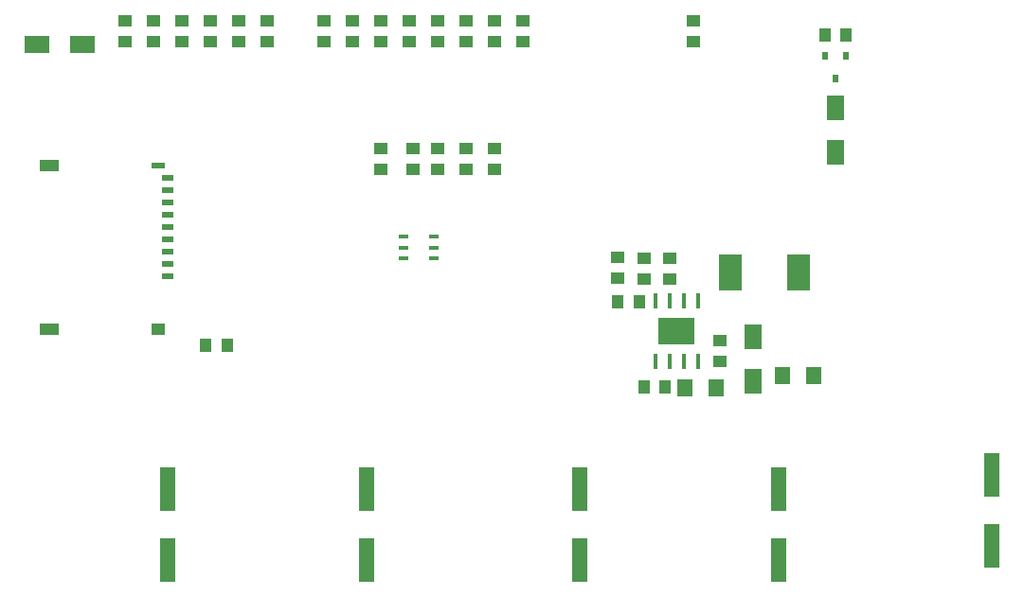
<source format=gbr>
G04 DipTrace 3.3.0.0*
G04 TopPaste.gbr*
%MOIN*%
G04 #@! TF.FileFunction,Paste,Top*
G04 #@! TF.Part,Single*
%ADD72R,0.130157X0.095118*%
%ADD74R,0.015984X0.054961*%
%ADD76R,0.035276X0.015591*%
%ADD88R,0.04315X0.051024*%
%ADD90R,0.023465X0.027402*%
%ADD94R,0.084488X0.129764*%
%ADD100R,0.047087X0.023465*%
%ADD102R,0.047087X0.039213*%
%ADD104R,0.070709X0.039213*%
%ADD106R,0.04315X0.019528*%
%ADD114R,0.090394X0.058898*%
%ADD116R,0.058898X0.090394*%
%ADD118R,0.054961X0.062835*%
%ADD120R,0.054961X0.155354*%
%ADD122R,0.051024X0.04315*%
%FSLAX26Y26*%
G04*
G70*
G90*
G75*
G01*
G04 TopPaste*
%LPD*%
D122*
X2886724Y1816570D3*
Y1741766D3*
D120*
X944016Y1044016D3*
Y1292047D3*
X1644016Y1044016D3*
Y1292047D3*
X2394016Y1044016D3*
Y1292047D3*
X3094016Y1044016D3*
Y1292047D3*
X3844016Y1094016D3*
Y1342047D3*
D122*
X1794016Y2869016D3*
Y2943819D3*
X1994016Y2869016D3*
Y2943819D3*
X2194016Y2869016D3*
Y2943819D3*
X894016Y2869016D3*
Y2943819D3*
X1094016Y2869016D3*
Y2943819D3*
X1294016Y2869016D3*
Y2943819D3*
X1594016Y2869016D3*
Y2943819D3*
D118*
X2875766Y1650765D3*
X2765530D3*
D122*
X2710724Y2031570D3*
Y2106373D3*
D118*
X3106516Y1694016D3*
X3216752D3*
D116*
X3003724Y1830534D3*
Y1673054D3*
X3293064Y2479589D3*
Y2637070D3*
D114*
X485214Y2858130D3*
X642694D3*
D106*
X943992Y2043765D3*
Y2087072D3*
Y2130379D3*
Y2173686D3*
Y2216993D3*
Y2260301D3*
Y2303608D3*
Y2346915D3*
Y2390222D3*
D104*
X528638Y1855576D3*
D102*
X910528D3*
D100*
Y2433529D3*
D104*
X528638D3*
D94*
X2925471Y2055430D3*
X3163660D3*
D90*
X3331516Y2819016D3*
X3256713D3*
X3294114Y2740276D3*
D122*
X1694016Y2419016D3*
Y2493819D3*
X1894016Y2494016D3*
Y2419213D3*
X1994016Y2494016D3*
Y2419213D3*
X2094016Y2494016D3*
Y2419213D3*
D88*
X2619724Y1654570D3*
X2694528D3*
D122*
X2619724Y2031570D3*
Y2106373D3*
X1694016Y2944016D3*
Y2869213D3*
X1894016Y2944016D3*
Y2869213D3*
X2094016Y2944016D3*
Y2869213D3*
X794016Y2944016D3*
Y2869213D3*
X994016Y2944016D3*
Y2869213D3*
X1194016Y2944016D3*
Y2869213D3*
X1494016Y2944016D3*
Y2869213D3*
D88*
X3256516Y2894016D3*
X3331319D3*
D122*
X2528724Y2109570D3*
Y2034766D3*
D88*
Y1953570D3*
X2603528D3*
D122*
X2794016Y2869016D3*
Y2943819D3*
X1806516Y2493819D3*
Y2419016D3*
D88*
X1153190Y1799523D3*
X1078387D3*
D76*
X1775266Y2181516D3*
Y2144114D3*
Y2106713D3*
X1881566D3*
Y2144114D3*
Y2181516D3*
D74*
X2810354Y1955442D3*
X2760354D3*
X2710354D3*
X2660354D3*
Y1742844D3*
X2710354D3*
X2760354D3*
X2810354D3*
D72*
X2735354Y1849143D3*
M02*

</source>
